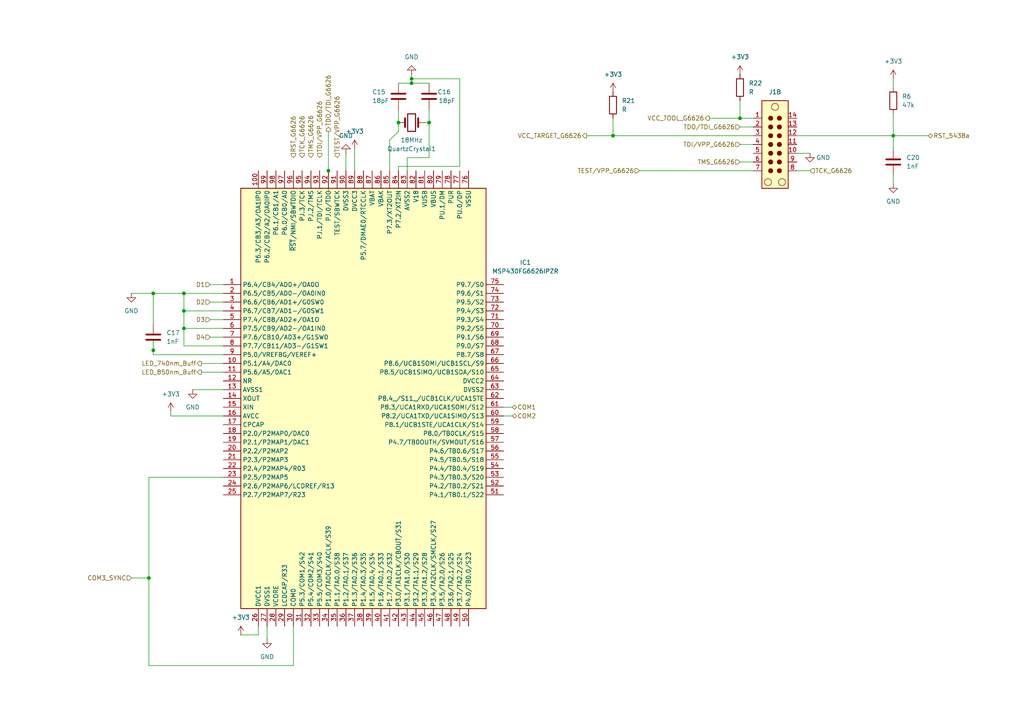
<source format=kicad_sch>
(kicad_sch (version 20250114) (generator "eeschema") (generator_version "9.0")
  (paper "A4")
  (lib_symbols
    (symbol "Connector:TC2070" (in_bom no)
      (property "Reference" "J" (at 1.27 13.97 0))
      (property "Value" "TC2070" (at 1.27 -13.97 0))
      (symbol "TC2070_1_1"
        (rectangle (start -2.54 12.7) (end 5.08 -12.7) (stroke (width 0.254)) (fill (type background)))
        (circle (center -0.762 -10.922) (radius 1.016))
        (circle (center 0 7.62) (radius 0.635) (fill (type outline)))
        (circle (center 0 5.08) (radius 0.635) (fill (type outline)))
        (circle (center 0 2.54) (radius 0.635) (fill (type outline)))
        (circle (center 0 0) (radius 0.635) (fill (type outline)))
        (circle (center 0 -2.54) (radius 0.635) (fill (type outline)))
        (circle (center 0 -5.08) (radius 0.635) (fill (type outline)))
        (circle (center 0 -7.62) (radius 0.635) (fill (type outline)))
        (circle (center 1.27 10.922) (radius 1.016))
        (circle (center 2.54 7.62) (radius 0.635) (fill (type outline)))
        (circle (center 2.54 5.08) (radius 0.635) (fill (type outline)))
        (circle (center 2.54 2.54) (radius 0.635) (fill (type outline)))
        (circle (center 2.54 0) (radius 0.635) (fill (type outline)))
        (circle (center 2.54 -2.54) (radius 0.635) (fill (type outline)))
        (circle (center 2.54 -5.08) (radius 0.635) (fill (type outline)))
        (circle (center 2.54 -7.62) (radius 0.635) (fill (type outline)))
        (circle (center 3.302 -10.922) (radius 1.016))
        (pin passive line (at -5.08 7.62 0) (length 2.54) (name "~") (number "1"))
        (pin passive line (at -5.08 5.08 0) (length 2.54) (name "~") (number "2"))
        (pin passive line (at -5.08 2.54 0) (length 2.54) (name "~") (number "3"))
        (pin passive line (at -5.08 0 0) (length 2.54) (name "~") (number "4"))
        (pin passive line (at -5.08 -2.54 0) (length 2.54) (name "~") (number "5"))
        (pin passive line (at -5.08 -5.08 0) (length 2.54) (name "~") (number "6"))
        (pin passive line (at -5.08 -7.62 0) (length 2.54) (name "~") (number "7"))
        (pin passive line (at 7.62 7.62 180) (length 2.54) (name "~") (number "14"))
        (pin passive line (at 7.62 5.08 180) (length 2.54) (name "~") (number "13"))
        (pin passive line (at 7.62 2.54 180) (length 2.54) (name "~") (number "12"))
        (pin passive line (at 7.62 0 180) (length 2.54) (name "~") (number "11"))
        (pin passive line (at 7.62 -2.54 180) (length 2.54) (name "~") (number "10"))
        (pin passive line (at 7.62 -5.08 180) (length 2.54) (name "~") (number "9"))
        (pin passive line (at 7.62 -7.62 180) (length 2.54) (name "~") (number "8"))
      )
    )
    (symbol "Device:C" (pin_numbers (hide yes)) (pin_names (offset 0.254))
      (property "Reference" "C" (at 0.635 2.54 0))
      (property "Value" "C" (at 0.635 -2.54 0))
      (symbol "C_0_1"
        (polyline (pts (xy -2.032 0.762) (xy 2.032 0.762)) (stroke (width 0.508)))
        (polyline (pts (xy -2.032 -0.762) (xy 2.032 -0.762)) (stroke (width 0.508)))
      )
      (symbol "C_1_1"
        (pin passive line (at 0 3.81 270) (length 2.794) (name "~") (number "1"))
        (pin passive line (at 0 -3.81 90) (length 2.794) (name "~") (number "2"))
      )
    )
    (symbol "Device:Crystal" (pin_numbers (hide yes)) (pin_names (offset 1.016) (hide yes))
      (property "Reference" "Y" (at 0 3.81 0))
      (property "Value" "Crystal" (at 0 -3.81 0))
      (symbol "Crystal_0_1"
        (polyline (pts (xy -2.54 0) (xy -1.905 0)))
        (polyline (pts (xy -1.905 -1.27) (xy -1.905 1.27)) (stroke (width 0.508)))
        (rectangle (start -1.143 2.54) (end 1.143 -2.54) (stroke (width 0.3048)))
        (polyline (pts (xy 1.905 -1.27) (xy 1.905 1.27)) (stroke (width 0.508)))
        (polyline (pts (xy 2.54 0) (xy 1.905 0)))
      )
      (symbol "Crystal_1_1"
        (pin passive line (at -3.81 0 0) (length 1.27) (name "1") (number "1"))
        (pin passive line (at 3.81 0 180) (length 1.27) (name "2") (number "2"))
      )
    )
    (symbol "Device:R" (pin_numbers (hide yes)) (pin_names (offset 0))
      (property "Reference" "R" (at 2.032 0 90))
      (property "Value" "R" (at 0 0 90))
      (symbol "R_0_1"
        (rectangle (start -1.016 -2.54) (end 1.016 2.54) (stroke (width 0.254)))
      )
      (symbol "R_1_1"
        (pin passive line (at 0 3.81 270) (length 1.27) (name "~") (number "1"))
        (pin passive line (at 0 -3.81 90) (length 1.27) (name "~") (number "2"))
      )
    )
    (symbol "MSP430FG6626IPZR:MSP430FG6626IPZR"
      (property "Reference" "IC" (at 77.47 33.02 0))
      (property "Value" "MSP430FG6626IPZR" (at 77.47 30.48 0))
      (symbol "MSP430FG6626IPZR_1_1"
        (rectangle (start 5.08 27.94) (end 76.2 -93.98) (stroke (width 0.254)) (fill (type background)))
        (pin passive line (at 0 0 0) (length 5.08) (name "P6.4/CB4/AD0+/OA0O") (number "1"))
        (pin passive line (at 0 -2.54 0) (length 5.08) (name "P6.5/CB5/AD0-/OA0IN0") (number "2"))
        (pin passive line (at 0 -5.08 0) (length 5.08) (name "P6.6/CB6/AD1+/G0SW0") (number "3"))
        (pin passive line (at 0 -7.62 0) (length 5.08) (name "P6.7/CB7/AD1-/G0SW1") (number "4"))
        (pin passive line (at 0 -10.16 0) (length 5.08) (name "P7.4/CB8/AD2+/OA1O") (number "5"))
        (pin passive line (at 0 -12.7 0) (length 5.08) (name "P7.5/CB9/AD2-/OA1IN0") (number "6"))
        (pin passive line (at 0 -15.24 0) (length 5.08) (name "P7.6/CB10/AD3+/G1SW0") (number "7"))
        (pin passive line (at 0 -17.78 0) (length 5.08) (name "P7.7/CB11/AD3-/G1SW1") (number "8"))
        (pin passive line (at 0 -20.32 0) (length 5.08) (name "P5.0/VREFBG/VEREF+") (number "9"))
        (pin passive line (at 0 -22.86 0) (length 5.08) (name "P5.1/A4/DAC0") (number "10"))
        (pin passive line (at 0 -25.4 0) (length 5.08) (name "P5.6/A5/DAC1") (number "11"))
        (pin passive line (at 0 -27.94 0) (length 5.08) (name "NR") (number "12"))
        (pin passive line (at 0 -30.48 0) (length 5.08) (name "AVSS1") (number "13"))
        (pin passive line (at 0 -33.02 0) (length 5.08) (name "XOUT") (number "14"))
        (pin passive line (at 0 -35.56 0) (length 5.08) (name "XIN") (number "15"))
        (pin passive line (at 0 -38.1 0) (length 5.08) (name "AVCC") (number "16"))
        (pin passive line (at 0 -40.64 0) (length 5.08) (name "CPCAP") (number "17"))
        (pin passive line (at 0 -43.18 0) (length 5.08) (name "P2.0/P2MAP0/DAC0") (number "18"))
        (pin passive line (at 0 -45.72 0) (length 5.08) (name "P2.1/P2MAP1/DAC1") (number "19"))
        (pin passive line (at 0 -48.26 0) (length 5.08) (name "P2.2/P2MAP2") (number "20"))
        (pin passive line (at 0 -50.8 0) (length 5.08) (name "P2.3/P2MAP3") (number "21"))
        (pin passive line (at 0 -53.34 0) (length 5.08) (name "P2.4/P2MAP4/R03") (number "22"))
        (pin passive line (at 0 -55.88 0) (length 5.08) (name "P2.5/P2MAP5") (number "23"))
        (pin passive line (at 0 -58.42 0) (length 5.08) (name "P2.6/P2MAP6/LCDREF/R13") (number "24"))
        (pin passive line (at 0 -60.96 0) (length 5.08) (name "P2.7/P2MAP7/R23") (number "25"))
        (pin passive line (at 10.16 33.02 270) (length 5.08) (name "P6.3/CB3/A3/OA1IP0") (number "100"))
        (pin passive line (at 10.16 -99.06 90) (length 5.08) (name "DVCC1") (number "26"))
        (pin passive line (at 12.7 33.02 270) (length 5.08) (name "P6.2/CB2/A2/OA0IP0") (number "99"))
        (pin passive line (at 12.7 -99.06 90) (length 5.08) (name "DVSS1") (number "27"))
        (pin passive line (at 15.24 33.02 270) (length 5.08) (name "P6.1/CB1/A1") (number "98"))
        (pin passive line (at 15.24 -99.06 90) (length 5.08) (name "VCORE") (number "28"))
        (pin passive line (at 17.78 33.02 270) (length 5.08) (name "P6.0/CB0/A0") (number "97"))
        (pin passive line (at 17.78 -99.06 90) (length 5.08) (name "LCDCAP/R33") (number "29"))
        (pin passive line (at 20.32 33.02 270) (length 5.08) (name "~{RST}/NMI/SBWTDIO") (number "96"))
        (pin passive line (at 20.32 -99.06 90) (length 5.08) (name "COM0") (number "30"))
        (pin passive line (at 22.86 33.02 270) (length 5.08) (name "PJ.3/TCK") (number "95"))
        (pin passive line (at 22.86 -99.06 90) (length 5.08) (name "P5.3/COM1/S42") (number "31"))
        (pin passive line (at 25.4 33.02 270) (length 5.08) (name "PJ.2/TMS") (number "94"))
        (pin passive line (at 25.4 -99.06 90) (length 5.08) (name "P5.4/COM2/S41") (number "32"))
        (pin passive line (at 27.94 33.02 270) (length 5.08) (name "PJ.1/TDI/TCLK") (number "93"))
        (pin passive line (at 27.94 -99.06 90) (length 5.08) (name "P5.5/COM3/S40") (number "33"))
        (pin passive line (at 30.48 33.02 270) (length 5.08) (name "PJ.0/TDO") (number "92"))
        (pin passive line (at 30.48 -99.06 90) (length 5.08) (name "P1.0/TA0CLK/ACLK/S39") (number "34"))
        (pin passive line (at 33.02 33.02 270) (length 5.08) (name "TEST/SBWTCK") (number "91"))
        (pin passive line (at 33.02 -99.06 90) (length 5.08) (name "P1.1/TA0.0/S38") (number "35"))
        (pin passive line (at 35.56 33.02 270) (length 5.08) (name "DVSS3") (number "90"))
        (pin passive line (at 35.56 -99.06 90) (length 5.08) (name "P1.2/TA0.1/S37") (number "36"))
        (pin passive line (at 38.1 33.02 270) (length 5.08) (name "DVCC3") (number "89"))
        (pin passive line (at 38.1 -99.06 90) (length 5.08) (name "P1.3/TA0.2/S36") (number "37"))
        (pin passive line (at 40.64 33.02 270) (length 5.08) (name "P5.7/DMAE0/RTCCLK") (number "88"))
        (pin passive line (at 40.64 -99.06 90) (length 5.08) (name "P1.4/TA0.3/S35") (number "38"))
        (pin passive line (at 43.18 33.02 270) (length 5.08) (name "VBAT") (number "87"))
        (pin passive line (at 43.18 -99.06 90) (length 5.08) (name "P1.5/TA0.4/S34") (number "39"))
        (pin passive line (at 45.72 33.02 270) (length 5.08) (name "VBAK") (number "86"))
        (pin passive line (at 45.72 -99.06 90) (length 5.08) (name "P1.6/TA0.1/S33") (number "40"))
        (pin passive line (at 48.26 33.02 270) (length 5.08) (name "P7.3/XT2OUT") (number "85"))
        (pin passive line (at 48.26 -99.06 90) (length 5.08) (name "P1.7/TA0.2/S32") (number "41"))
        (pin passive line (at 50.8 33.02 270) (length 5.08) (name "P7.2/XT2IN") (number "84"))
        (pin passive line (at 50.8 -99.06 90) (length 5.08) (name "P3.0/TA1CLK/CBOUT/S31") (number "42"))
        (pin passive line (at 53.34 33.02 270) (length 5.08) (name "AVSS2") (number "83"))
        (pin passive line (at 53.34 -99.06 90) (length 5.08) (name "P3.1/TA1.0/S30") (number "43"))
        (pin passive line (at 55.88 33.02 270) (length 5.08) (name "V18") (number "82"))
        (pin passive line (at 55.88 -99.06 90) (length 5.08) (name "P3.2/TA1.1/S29") (number "44"))
        (pin passive line (at 58.42 33.02 270) (length 5.08) (name "VUSB") (number "81"))
        (pin passive line (at 58.42 -99.06 90) (length 5.08) (name "P3.3/TA1.2/S28") (number "45"))
        (pin passive line (at 60.96 33.02 270) (length 5.08) (name "VBUS") (number "80"))
        (pin passive line (at 60.96 -99.06 90) (length 5.08) (name "P3.4/TA2CLK/SMCLK/S27") (number "46"))
        (pin passive line (at 63.5 33.02 270) (length 5.08) (name "PU.1/DM") (number "79"))
        (pin passive line (at 63.5 -99.06 90) (length 5.08) (name "P3.5/TA2.0/S26") (number "47"))
        (pin passive line (at 66.04 33.02 270) (length 5.08) (name "PUR") (number "78"))
        (pin passive line (at 66.04 -99.06 90) (length 5.08) (name "P3.6/TA2.1/S25") (number "48"))
        (pin passive line (at 68.58 33.02 270) (length 5.08) (name "PU.0/DP") (number "77"))
        (pin passive line (at 68.58 -99.06 90) (length 5.08) (name "P3.7/TA2.2/S24") (number "49"))
        (pin passive line (at 71.12 33.02 270) (length 5.08) (name "VSSU") (number "76"))
        (pin passive line (at 71.12 -99.06 90) (length 5.08) (name "P4.0/TB0.0/S23") (number "50"))
        (pin passive line (at 81.28 0 180) (length 5.08) (name "P9.7/S0") (number "75"))
        (pin passive line (at 81.28 -2.54 180) (length 5.08) (name "P9.6/S1") (number "74"))
        (pin passive line (at 81.28 -5.08 180) (length 5.08) (name "P9.5/S2") (number "73"))
        (pin passive line (at 81.28 -7.62 180) (length 5.08) (name "P9.4/S3") (number "72"))
        (pin passive line (at 81.28 -10.16 180) (length 5.08) (name "P9.3/S4") (number "71"))
        (pin passive line (at 81.28 -12.7 180) (length 5.08) (name "P9.2/S5") (number "70"))
        (pin passive line (at 81.28 -15.24 180) (length 5.08) (name "P9.1/S6") (number "69"))
        (pin passive line (at 81.28 -17.78 180) (length 5.08) (name "P9.0/S7") (number "68"))
        (pin passive line (at 81.28 -20.32 180) (length 5.08) (name "P8.7/S8") (number "67"))
        (pin passive line (at 81.28 -22.86 180) (length 5.08) (name "P8.6/UCB1SOMI/UCB1SCL/S9") (number "66"))
        (pin passive line (at 81.28 -25.4 180) (length 5.08) (name "P8.5/UCB1SIMO/UCB1SDA/S10") (number "65"))
        (pin passive line (at 81.28 -27.94 180) (length 5.08) (name "DVCC2") (number "64"))
        (pin passive line (at 81.28 -30.48 180) (length 5.08) (name "DVSS2") (number "63"))
        (pin passive line (at 81.28 -33.02 180) (length 5.08) (name "P8.4_/S11_/UCB1CLK/UCA1STE") (number "62"))
        (pin passive line (at 81.28 -35.56 180) (length 5.08) (name "P8.3/UCA1RXD/UCA1SOMI/S12") (number "61"))
        (pin passive line (at 81.28 -38.1 180) (length 5.08) (name "P8.2/UCA1TXD/UCA1SIMO/S13") (number "60"))
        (pin passive line (at 81.28 -40.64 180) (length 5.08) (name "P8.1/UCB1STE/UCA1CLK/S14") (number "59"))
        (pin passive line (at 81.28 -43.18 180) (length 5.08) (name "P8.0/TB0CLK/S15") (number "58"))
        (pin passive line (at 81.28 -45.72 180) (length 5.08) (name "P4.7/TB0OUTH/SVMOUT/S16") (number "57"))
        (pin passive line (at 81.28 -48.26 180) (length 5.08) (name "P4.6/TB0.6/S17") (number "56"))
        (pin passive line (at 81.28 -50.8 180) (length 5.08) (name "P4.5/TB0.5/S18") (number "55"))
        (pin passive line (at 81.28 -53.34 180) (length 5.08) (name "P4.4/TB0.4/S19") (number "54"))
        (pin passive line (at 81.28 -55.88 180) (length 5.08) (name "P4.3/TB0.3/S20") (number "53"))
        (pin passive line (at 81.28 -58.42 180) (length 5.08) (name "P4.2/TB0.2/S21") (number "52"))
        (pin passive line (at 81.28 -60.96 180) (length 5.08) (name "P4.1/TB0.1/S22") (number "51"))
      )
    )
    (symbol "power:+3V3" (power) (pin_numbers (hide yes)) (pin_names (offset 0) (hide yes))
      (property "Value" "+3V3" (at 0 3.556 0))
      (symbol "+3V3_0_1"
        (polyline (pts (xy -0.762 1.27) (xy 0 2.54)))
        (polyline (pts (xy 0 2.54) (xy 0.762 1.27)))
        (polyline (pts (xy 0 0) (xy 0 2.54)))
      )
      (symbol "+3V3_1_1"
        (pin power_in line (at 0 0 90) (length 0) (name "~") (number "1"))
      )
    )
    (symbol "power:GND" (power) (pin_numbers (hide yes)) (pin_names (offset 0) (hide yes))
      (property "Value" "GND" (at 0 -3.81 0))
      (symbol "GND_0_1"
        (polyline (pts (xy 0 0) (xy 0 -1.27) (xy 1.27 -1.27) (xy 0 -2.54) (xy -1.27 -1.27) (xy 0 -1.27)))
      )
      (symbol "GND_1_1"
        (pin power_in line (at 0 0 270) (length 0) (name "~") (number "1"))
      )
    )
  )
  (junction (at 259.08 39.37))
  (junction (at 53.34 90.17))
  (junction (at 44.45 101.6))
  (junction (at 119.38 24.13))
  (junction (at 53.34 95.25))
  (junction (at 53.34 85.09))
  (junction (at 115.57 35.56))
  (junction (at 124.46 35.56))
  (junction (at 95.25 49.53))
  (junction (at 44.45 85.09))
  (junction (at 214.63 34.29))
  (junction (at 43.18 167.64))
  (junction (at 177.8 39.37))
  (junction (at 119.38 22.86))
  (wire (pts (xy 38.1 85.09) (xy 44.45 85.09)))
  (wire (pts (xy 214.63 34.29) (xy 218.44 34.29)))
  (wire (pts (xy 53.34 85.09) (xy 53.34 90.17)))
  (wire (pts (xy 44.45 102.87) (xy 64.77 102.87)))
  (wire (pts (xy 102.87 43.18) (xy 102.87 49.53)))
  (wire (pts (xy 113.03 40.64) (xy 115.57 38.1)))
  (wire (pts (xy 95.25 38.1) (xy 95.25 49.53)))
  (wire (pts (xy 259.08 33.02) (xy 259.08 39.37)))
  (wire (pts (xy 100.33 44.45) (xy 100.33 49.53)))
  (wire (pts (xy 124.46 35.56) (xy 123.19 35.56)))
  (wire (pts (xy 43.18 138.43) (xy 43.18 167.64)))
  (wire (pts (xy 60.96 92.71) (xy 64.77 92.71)))
  (wire (pts (xy 77.47 181.61) (xy 77.47 185.42)))
  (wire (pts (xy 115.57 48.26) (xy 115.57 49.53)))
  (wire (pts (xy 177.8 34.29) (xy 177.8 39.37)))
  (wire (pts (xy 44.45 101.6) (xy 44.45 102.87)))
  (wire (pts (xy 170.18 39.37) (xy 177.8 39.37)))
  (wire (pts (xy 115.57 35.56) (xy 115.57 31.75)))
  (wire (pts (xy 74.93 181.61) (xy 74.93 184.15)))
  (wire (pts (xy 259.08 39.37) (xy 259.08 43.18)))
  (wire (pts (xy 115.57 48.26) (xy 133.35 48.26)))
  (wire (pts (xy 38.1 167.64) (xy 43.18 167.64)))
  (wire (pts (xy 55.88 113.03) (xy 64.77 113.03)))
  (wire (pts (xy 69.85 184.15) (xy 74.93 184.15)))
  (wire (pts (xy 44.45 85.09) (xy 44.45 93.98)))
  (wire (pts (xy 231.14 39.37) (xy 259.08 39.37)))
  (wire (pts (xy 44.45 85.09) (xy 53.34 85.09)))
  (wire (pts (xy 53.34 85.09) (xy 64.77 85.09)))
  (wire (pts (xy 53.34 90.17) (xy 53.34 95.25)))
  (wire (pts (xy 95.25 55.88) (xy 95.25 49.53)))
  (wire (pts (xy 60.96 87.63) (xy 64.77 87.63)))
  (wire (pts (xy 113.03 40.64) (xy 113.03 49.53)))
  (wire (pts (xy 58.42 105.41) (xy 64.77 105.41)))
  (wire (pts (xy 119.38 22.86) (xy 133.35 22.86)))
  (wire (pts (xy 124.46 35.56) (xy 124.46 31.75)))
  (wire (pts (xy 259.08 39.37) (xy 269.24 39.37)))
  (wire (pts (xy 205.74 34.29) (xy 214.63 34.29)))
  (wire (pts (xy 119.38 24.13) (xy 119.38 22.86)))
  (wire (pts (xy 53.34 100.33) (xy 64.77 100.33)))
  (wire (pts (xy 43.18 167.64) (xy 43.18 193.04)))
  (wire (pts (xy 124.46 35.56) (xy 124.46 45.72)))
  (wire (pts (xy 53.34 90.17) (xy 64.77 90.17)))
  (wire (pts (xy 146.05 120.65) (xy 148.59 120.65)))
  (wire (pts (xy 53.34 95.25) (xy 64.77 95.25)))
  (wire (pts (xy 115.57 38.1) (xy 115.57 35.56)))
  (wire (pts (xy 231.14 44.45) (xy 234.95 44.45)))
  (wire (pts (xy 118.11 45.72) (xy 124.46 45.72)))
  (wire (pts (xy 119.38 22.86) (xy 119.38 21.59)))
  (wire (pts (xy 53.34 95.25) (xy 53.34 100.33)))
  (wire (pts (xy 43.18 138.43) (xy 64.77 138.43)))
  (wire (pts (xy 49.53 119.38) (xy 49.53 120.65)))
  (wire (pts (xy 234.95 49.53) (xy 231.14 49.53)))
  (wire (pts (xy 146.05 118.11) (xy 148.59 118.11)))
  (wire (pts (xy 58.42 107.95) (xy 64.77 107.95)))
  (wire (pts (xy 214.63 46.99) (xy 218.44 46.99)))
  (wire (pts (xy 60.96 82.55) (xy 64.77 82.55)))
  (wire (pts (xy 214.63 36.83) (xy 218.44 36.83)))
  (wire (pts (xy 259.08 22.86) (xy 259.08 25.4)))
  (wire (pts (xy 43.18 193.04) (xy 85.09 193.04)))
  (wire (pts (xy 177.8 39.37) (xy 218.44 39.37)))
  (wire (pts (xy 118.11 45.72) (xy 118.11 49.53)))
  (wire (pts (xy 124.46 24.13) (xy 119.38 24.13)))
  (wire (pts (xy 49.53 120.65) (xy 64.77 120.65)))
  (wire (pts (xy 133.35 22.86) (xy 133.35 48.26)))
  (wire (pts (xy 185.42 49.53) (xy 218.44 49.53)))
  (wire (pts (xy 214.63 41.91) (xy 218.44 41.91)))
  (wire (pts (xy 60.96 97.79) (xy 64.77 97.79)))
  (wire (pts (xy 85.09 181.61) (xy 85.09 193.04)))
  (wire (pts (xy 214.63 29.21) (xy 214.63 34.29)))
  (wire (pts (xy 44.45 99.06) (xy 44.45 101.6)))
  (wire (pts (xy 119.38 24.13) (xy 115.57 24.13)))
  (wire (pts (xy 259.08 50.8) (xy 259.08 53.34)))
  (hierarchical_label "TDO{slash}TDI_G6626" (shape output) (at 95.25 38.1 90))
  (hierarchical_label "TCK_G6626" (shape input) (at 87.63 45.72 90))
  (hierarchical_label "TCK_G6626" (shape input) (at 234.95 49.53 0))
  (hierarchical_label "COM1" (shape bidirectional) (at 148.59 118.11 0))
  (hierarchical_label "VCC_TOOL_G6626" (shape output) (at 205.74 34.29 180))
  (hierarchical_label "LED_740nm_Buff" (shape output) (at 58.42 105.41 180))
  (hierarchical_label "RST_G6626" (shape input) (at 85.09 45.72 90))
  (hierarchical_label "TDI{slash}VPP_G6626" (shape input) (at 214.63 41.91 180))
  (hierarchical_label "D4" (shape input) (at 60.96 97.79 180))
  (hierarchical_label "TDO{slash}TDI_G6626" (shape input) (at 214.63 36.83 180))
  (hierarchical_label "D1" (shape input) (at 60.96 82.55 180))
  (hierarchical_label "TEST{slash}VPP_G6626" (shape input) (at 185.42 49.53 180))
  (hierarchical_label "D2" (shape input) (at 60.96 87.63 180))
  (hierarchical_label "LED_850nm_Buff" (shape output) (at 58.42 107.95 180))
  (hierarchical_label "TMS_G6626" (shape input) (at 214.63 46.99 180))
  (hierarchical_label "TDI{slash}VPP_G6626" (shape input) (at 92.71 45.72 90))
  (hierarchical_label "VCC_TARGET_G6626" (shape output) (at 170.18 39.37 180))
  (hierarchical_label "COM3_SYNC" (shape input) (at 38.1 167.64 180))
  (hierarchical_label "TMS_G6626" (shape input) (at 90.17 45.72 90))
  (hierarchical_label "RST_5438a" (shape bidirectional) (at 269.24 39.37 0))
  (hierarchical_label "COM2" (shape bidirectional) (at 148.59 120.65 0))
  (hierarchical_label "D3" (shape input) (at 60.96 92.71 180))
  (hierarchical_label "TEST{slash}VPP_G6626" (shape input) (at 97.79 45.72 90))
  (symbol (lib_id "Device:Crystal") (at 119.38 35.56 180) (unit 1)
    (property "Reference" "QuartzCrystal1" (at 119.38 43.18 0))
    (property "Value" "18MHz" (at 119.38 40.64 0))
    (property "Description" "Two pin crystal" (effects (hide yes)))
  )
  (symbol (lib_id "Device:R") (at 259.08 29.21 0) (unit 1)
    (property "Reference" "R6" (at 261.62 27.9399 0) (effects (justify left)))
    (property "Value" "47k" (at 261.62 30.4799 0) (effects (justify left)))
    (property "Description" "Resistor" (effects (hide yes)))
  )
  (symbol (lib_id "power:GND") (at 234.95 44.45 0) (unit 1)
    (property "Reference" "#PWR073" (effects (hide yes)))
    (property "Value" "GND" (at 238.76 45.72 0))
    (property "Description" "Power symbol creates a global label with name \"GND\" , ground" (effects (hide yes)))
  )
  (symbol (lib_id "power:+3V3") (at 214.63 21.59 0) (unit 1)
    (property "Reference" "#PWR072" (effects (hide yes)))
    (property "Value" "+3V3" (at 214.63 16.51 0))
    (property "Description" "Power symbol creates a global label with name \"+3V3\"" (effects (hide yes)))
  )
  (symbol (lib_id "power:GND") (at 77.47 185.42 0) (unit 1)
    (property "Reference" "#PWR064" (effects (hide yes)))
    (property "Value" "GND" (at 77.47 190.5 0))
    (property "Description" "Power symbol creates a global label with name \"GND\" , ground" (effects (hide yes)))
  )
  (symbol (lib_id "power:GND") (at 55.88 113.03 0) (unit 1)
    (property "Reference" "#PWR066" (effects (hide yes)))
    (property "Value" "GND" (at 55.88 118.11 0))
    (property "Description" "Power symbol creates a global label with name \"GND\" , ground" (effects (hide yes)))
  )
  (symbol (lib_id "Device:R") (at 177.8 30.48 0) (unit 1)
    (property "Reference" "R21" (at 180.34 29.2099 0) (effects (justify left)))
    (property "Value" "R" (at 180.34 31.7499 0) (effects (justify left)))
    (property "Description" "Resistor" (effects (hide yes)))
  )
  (symbol (lib_id "Device:C") (at 115.57 27.94 180) (unit 1)
    (property "Reference" "C15" (at 107.95 26.67 0) (effects (justify right)))
    (property "Value" "18pF" (at 107.95 29.21 0) (effects (justify right)))
    (property "Description" "Unpolarized capacitor" (effects (hide yes)))
  )
  (symbol (lib_id "Device:C") (at 259.08 46.99 0) (unit 1)
    (property "Reference" "C20" (at 262.89 45.7199 0) (effects (justify left)))
    (property "Value" "1nF" (at 262.89 48.2599 0) (effects (justify left)))
    (property "Description" "Unpolarized capacitor" (effects (hide yes)))
  )
  (symbol (lib_id "power:+3V3") (at 259.08 22.86 0) (unit 1)
    (property "Reference" "#PWR074" (effects (hide yes)))
    (property "Value" "+3V3" (at 259.08 17.78 0))
    (property "Description" "Power symbol creates a global label with name \"+3V3\"" (effects (hide yes)))
  )
  (symbol (lib_id "power:+3V3") (at 177.8 26.67 0) (unit 1)
    (property "Reference" "#PWR071" (effects (hide yes)))
    (property "Value" "+3V3" (at 177.8 21.59 0))
    (property "Description" "Power symbol creates a global label with name \"+3V3\"" (effects (hide yes)))
  )
  (symbol (lib_id "power:+3V3") (at 69.85 184.15 0) (unit 1)
    (property "Reference" "#PWR063" (effects (hide yes)))
    (property "Value" "+3V3" (at 69.85 179.07 0))
    (property "Description" "Power symbol creates a global label with name \"+3V3\"" (effects (hide yes)))
  )
  (symbol (lib_id "Device:C") (at 124.46 27.94 180) (unit 1)
    (property "Reference" "C16" (at 130.81 26.67 0) (effects (justify left)))
    (property "Value" "18pF" (at 132.08 29.21 0) (effects (justify left)))
    (property "Description" "Unpolarized capacitor" (effects (hide yes)))
  )
  (symbol (lib_id "Device:C") (at 44.45 97.79 0) (unit 1)
    (property "Reference" "C17" (at 48.26 96.5199 0) (effects (justify left)))
    (property "Value" "1nF" (at 48.26 99.0599 0) (effects (justify left)))
    (property "Description" "Unpolarized capacitor" (effects (hide yes)))
  )
  (symbol (lib_id "power:+3V3") (at 49.53 119.38 0) (unit 1)
    (property "Reference" "#PWR065" (effects (hide yes)))
    (property "Value" "+3V3" (at 49.53 114.3 0))
    (property "Description" "Power symbol creates a global label with name \"+3V3\"" (effects (hide yes)))
  )
  (symbol (lib_id "power:GND") (at 259.08 53.34 0) (unit 1)
    (property "Reference" "#PWR075" (effects (hide yes)))
    (property "Value" "GND" (at 259.08 58.42 0))
    (property "Description" "Power symbol creates a global label with name \"GND\" , ground" (effects (hide yes)))
  )
  (symbol (lib_id "power:GND") (at 100.33 44.45 180) (unit 1)
    (property "Reference" "#PWR068" (effects (hide yes)))
    (property "Value" "GND" (at 100.33 39.37 0))
    (property "Description" "Power symbol creates a global label with name \"GND\" , ground" (effects (hide yes)))
  )
  (symbol (lib_id "MSP430FG6626IPZR:MSP430FG6626IPZR") (at 64.77 82.55 0) (unit 1)
    (property "Reference" "IC1" (at 152.4 76.1298 0))
    (property "Value" "MSP430FG6626IPZR" (at 152.4 78.6698 0))
    (property "Footprint" "QFP50P1600X1600X160-100N" (effects (hide yes)))
    (property "Datasheet" "http://www.ti.com/lit/gpn/msp430fg6626" (effects (hide yes)))
    (property "Description" "25-MHz MCU with integrated dual Op Amps, 12-bit DACs, 16-bit Sigma-Delta ADC, USB, LCD, 128KB flash" (effects (hide yes)))
    (property "Height" "1.6" (effects (hide yes)))
    (property "Mouser Part Number" "595-MSP430FG6626IPZR" (effects (hide yes)))
    (property "Mouser Price/Stock" "https://www.mouser.co.uk/ProductDetail/Texas-Instruments/MSP430FG6626IPZR?qs=GJ%2F2ZGcr5uNAdSQ72yeUqg%3D%3D" (effects (hide yes)))
    (property "Manufacturer_Name" "Texas Instruments" (effects (hide yes)))
    (property "Manufacturer_Part_Number" "MSP430FG6626IPZR" (effects (hide yes)))
  )
  (symbol (lib_id "power:GND") (at 119.38 21.59 180) (unit 1)
    (property "Reference" "#PWR070" (effects (hide yes)))
    (property "Value" "GND" (at 119.38 16.51 0))
    (property "Description" "Power symbol creates a global label with name \"GND\" , ground" (effects (hide yes)))
  )
  (symbol (lib_id "power:GND") (at 38.1 85.09 0) (unit 1)
    (property "Reference" "#PWR067" (effects (hide yes)))
    (property "Value" "GND" (at 38.1 90.17 0))
    (property "Description" "Power symbol creates a global label with name \"GND\" , ground" (effects (hide yes)))
  )
  (symbol (lib_id "power:+3V3") (at 102.87 43.18 0) (unit 1)
    (property "Reference" "#PWR069" (effects (hide yes)))
    (property "Value" "+3V3" (at 102.87 38.1 0))
    (property "Description" "Power symbol creates a global label with name \"+3V3\"" (effects (hide yes)))
  )
  (symbol (lib_id "Connector:TC2070") (at 223.52 41.91 0) (unit 1) (in_bom no)
    (property "Reference" "J1B" (at 224.79 26.67 0))
    (property "Value" "TC2070" (effects (hide yes)))
    (property "Footprint" "Connector:Tag-Connect_TC2070-IDC-FP_2x07_P1.27mm_Vertical" (effects (hide yes)))
    (property "Datasheet" "https://www.tag-connect.com/wp-content/uploads/bsk-pdf-manager/TC2070-IDC-NL_Datasheet_12.pdf" (effects (hide yes)))
    (property "Description" "Tag-Connect’s 14-pins connector" (effects (hide yes)))
  )
  (symbol (lib_id "Device:R") (at 214.63 25.4 0) (unit 1)
    (property "Reference" "R22" (at 217.17 24.1299 0) (effects (justify left)))
    (property "Value" "R" (at 217.17 26.6699 0) (effects (justify left)))
    (property "Description" "Resistor" (effects (hide yes)))
  )
)
</source>
